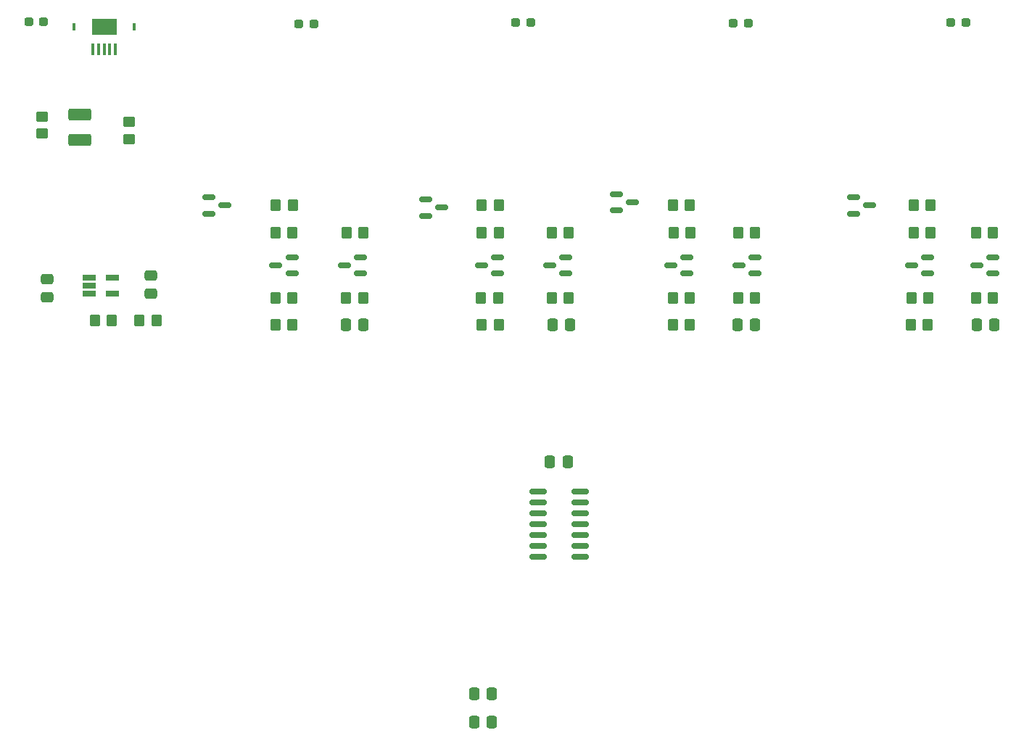
<source format=gbr>
%TF.GenerationSoftware,KiCad,Pcbnew,7.0.5-4d25ed1034~172~ubuntu22.04.1*%
%TF.CreationDate,2023-06-01T08:36:11-04:00*%
%TF.ProjectId,trigger-board,74726967-6765-4722-9d62-6f6172642e6b,rev?*%
%TF.SameCoordinates,Original*%
%TF.FileFunction,Paste,Top*%
%TF.FilePolarity,Positive*%
%FSLAX46Y46*%
G04 Gerber Fmt 4.6, Leading zero omitted, Abs format (unit mm)*
G04 Created by KiCad (PCBNEW 7.0.5-4d25ed1034~172~ubuntu22.04.1) date 2023-06-01 08:36:11*
%MOMM*%
%LPD*%
G01*
G04 APERTURE LIST*
G04 Aperture macros list*
%AMRoundRect*
0 Rectangle with rounded corners*
0 $1 Rounding radius*
0 $2 $3 $4 $5 $6 $7 $8 $9 X,Y pos of 4 corners*
0 Add a 4 corners polygon primitive as box body*
4,1,4,$2,$3,$4,$5,$6,$7,$8,$9,$2,$3,0*
0 Add four circle primitives for the rounded corners*
1,1,$1+$1,$2,$3*
1,1,$1+$1,$4,$5*
1,1,$1+$1,$6,$7*
1,1,$1+$1,$8,$9*
0 Add four rect primitives between the rounded corners*
20,1,$1+$1,$2,$3,$4,$5,0*
20,1,$1+$1,$4,$5,$6,$7,0*
20,1,$1+$1,$6,$7,$8,$9,0*
20,1,$1+$1,$8,$9,$2,$3,0*%
G04 Aperture macros list end*
%ADD10RoundRect,0.250000X0.450000X-0.350000X0.450000X0.350000X-0.450000X0.350000X-0.450000X-0.350000X0*%
%ADD11RoundRect,0.250000X-0.350000X-0.450000X0.350000X-0.450000X0.350000X0.450000X-0.350000X0.450000X0*%
%ADD12RoundRect,0.250000X0.350000X0.450000X-0.350000X0.450000X-0.350000X-0.450000X0.350000X-0.450000X0*%
%ADD13RoundRect,0.250000X-0.337500X-0.475000X0.337500X-0.475000X0.337500X0.475000X-0.337500X0.475000X0*%
%ADD14RoundRect,0.150000X0.587500X0.150000X-0.587500X0.150000X-0.587500X-0.150000X0.587500X-0.150000X0*%
%ADD15R,0.300000X0.850000*%
%ADD16R,0.400000X1.350000*%
%ADD17R,2.900000X1.900000*%
%ADD18RoundRect,0.250001X-1.074999X0.462499X-1.074999X-0.462499X1.074999X-0.462499X1.074999X0.462499X0*%
%ADD19RoundRect,0.250000X0.337500X0.475000X-0.337500X0.475000X-0.337500X-0.475000X0.337500X-0.475000X0*%
%ADD20RoundRect,0.237500X-0.287500X-0.237500X0.287500X-0.237500X0.287500X0.237500X-0.287500X0.237500X0*%
%ADD21RoundRect,0.150000X-0.587500X-0.150000X0.587500X-0.150000X0.587500X0.150000X-0.587500X0.150000X0*%
%ADD22RoundRect,0.250000X-0.475000X0.337500X-0.475000X-0.337500X0.475000X-0.337500X0.475000X0.337500X0*%
%ADD23R,1.560000X0.650000*%
%ADD24RoundRect,0.150000X-0.825000X-0.150000X0.825000X-0.150000X0.825000X0.150000X-0.825000X0.150000X0*%
G04 APERTURE END LIST*
D10*
%TO.C,R25*%
X30393000Y-56378800D03*
X30393000Y-54378800D03*
%TD*%
D11*
%TO.C,R21*%
X139435000Y-75565000D03*
X141435000Y-75565000D03*
%TD*%
D12*
%TO.C,R1*%
X59652500Y-78740000D03*
X57652500Y-78740000D03*
%TD*%
%TO.C,R8*%
X83745000Y-78740000D03*
X81745000Y-78740000D03*
%TD*%
D11*
%TO.C,R15*%
X111665000Y-75565000D03*
X113665000Y-75565000D03*
%TD*%
D13*
%TO.C,C1*%
X65870000Y-78740000D03*
X67945000Y-78740000D03*
%TD*%
D14*
%TO.C,Q2*%
X83620000Y-72705000D03*
X83620000Y-70805000D03*
X81745000Y-71755000D03*
%TD*%
%TO.C,Q3*%
X67612500Y-72705000D03*
X67612500Y-70805000D03*
X65737500Y-71755000D03*
%TD*%
D11*
%TO.C,R3*%
X57652500Y-67945000D03*
X59652500Y-67945000D03*
%TD*%
%TO.C,R6*%
X89905000Y-75565000D03*
X91905000Y-75565000D03*
%TD*%
%TO.C,R10*%
X89905000Y-67945000D03*
X91905000Y-67945000D03*
%TD*%
D15*
%TO.C,J5*%
X41180000Y-43869000D03*
X34180000Y-43869000D03*
D16*
X36380000Y-46544000D03*
X37030000Y-46544000D03*
X37680000Y-46544000D03*
X38330000Y-46544000D03*
X38980000Y-46544000D03*
D17*
X37680000Y-43869000D03*
%TD*%
D11*
%TO.C,R14*%
X104045000Y-64770000D03*
X106045000Y-64770000D03*
%TD*%
D14*
%TO.C,Q4*%
X91572500Y-72705000D03*
X91572500Y-70805000D03*
X89697500Y-71755000D03*
%TD*%
D12*
%TO.C,R24*%
X133910000Y-75565000D03*
X131910000Y-75565000D03*
%TD*%
D18*
%TO.C,FB1*%
X34838000Y-54108800D03*
X34838000Y-57083800D03*
%TD*%
D19*
%TO.C,C9*%
X82952500Y-121793000D03*
X80877500Y-121793000D03*
%TD*%
D14*
%TO.C,Q8*%
X141405000Y-72705000D03*
X141405000Y-70805000D03*
X139530000Y-71755000D03*
%TD*%
D12*
%TO.C,R16*%
X106045000Y-78740000D03*
X104045000Y-78740000D03*
%TD*%
D10*
%TO.C,R26*%
X40553000Y-57013800D03*
X40553000Y-55013800D03*
%TD*%
D14*
%TO.C,Q1*%
X59590000Y-72705000D03*
X59590000Y-70805000D03*
X57715000Y-71755000D03*
%TD*%
D12*
%TO.C,R9*%
X59652500Y-75565000D03*
X57652500Y-75565000D03*
%TD*%
D11*
%TO.C,R23*%
X139435000Y-67945000D03*
X141435000Y-67945000D03*
%TD*%
%TO.C,R4*%
X81745000Y-64770000D03*
X83745000Y-64770000D03*
%TD*%
%TO.C,R13*%
X104140000Y-67945000D03*
X106140000Y-67945000D03*
%TD*%
D20*
%TO.C,D2*%
X85739000Y-43434000D03*
X87489000Y-43434000D03*
%TD*%
%TO.C,D4*%
X136539000Y-43434000D03*
X138289000Y-43434000D03*
%TD*%
D12*
%TO.C,R22*%
X133815000Y-78740000D03*
X131815000Y-78740000D03*
%TD*%
D14*
%TO.C,Q5*%
X105712500Y-72705000D03*
X105712500Y-70805000D03*
X103837500Y-71755000D03*
%TD*%
D13*
%TO.C,C3*%
X111590000Y-78740000D03*
X113665000Y-78740000D03*
%TD*%
D12*
%TO.C,R18*%
X106045000Y-75565000D03*
X104045000Y-75565000D03*
%TD*%
%TO.C,R11*%
X59690000Y-64770000D03*
X57690000Y-64770000D03*
%TD*%
D11*
%TO.C,R28*%
X36592000Y-78232000D03*
X38592000Y-78232000D03*
%TD*%
%TO.C,R20*%
X132180000Y-64770000D03*
X134180000Y-64770000D03*
%TD*%
D21*
%TO.C,D7*%
X97439000Y-63439000D03*
X97439000Y-65339000D03*
X99314000Y-64389000D03*
%TD*%
D14*
%TO.C,Q7*%
X133815000Y-72705000D03*
X133815000Y-70805000D03*
X131940000Y-71755000D03*
%TD*%
D13*
%TO.C,C4*%
X139530000Y-78740000D03*
X141605000Y-78740000D03*
%TD*%
D22*
%TO.C,C6*%
X43093000Y-72988800D03*
X43093000Y-75063800D03*
%TD*%
D23*
%TO.C,U2*%
X35948000Y-73163800D03*
X35948000Y-74113800D03*
X35948000Y-75063800D03*
X38648000Y-75063800D03*
X38648000Y-73163800D03*
%TD*%
D11*
%TO.C,R17*%
X111665000Y-67945000D03*
X113665000Y-67945000D03*
%TD*%
D22*
%TO.C,C5*%
X31028000Y-73391300D03*
X31028000Y-75466300D03*
%TD*%
D20*
%TO.C,D3*%
X111125000Y-43440800D03*
X112875000Y-43440800D03*
%TD*%
D19*
%TO.C,C8*%
X82952500Y-125095000D03*
X80877500Y-125095000D03*
%TD*%
D24*
%TO.C,U1*%
X88308000Y-98177800D03*
X88308000Y-99447800D03*
X88308000Y-100717800D03*
X88308000Y-101987800D03*
X88308000Y-103257800D03*
X88308000Y-104527800D03*
X88308000Y-105797800D03*
X93258000Y-105797800D03*
X93258000Y-104527800D03*
X93258000Y-103257800D03*
X93258000Y-101987800D03*
X93258000Y-100717800D03*
X93258000Y-99447800D03*
X93258000Y-98177800D03*
%TD*%
D11*
%TO.C,R7*%
X65945000Y-67945000D03*
X67945000Y-67945000D03*
%TD*%
D14*
%TO.C,Q6*%
X113635000Y-72705000D03*
X113635000Y-70805000D03*
X111760000Y-71755000D03*
%TD*%
D21*
%TO.C,D9*%
X75214000Y-64074000D03*
X75214000Y-65974000D03*
X77089000Y-65024000D03*
%TD*%
%TO.C,D6*%
X49862500Y-63820000D03*
X49862500Y-65720000D03*
X51737500Y-64770000D03*
%TD*%
D12*
%TO.C,R12*%
X83650000Y-75565000D03*
X81650000Y-75565000D03*
%TD*%
D11*
%TO.C,R19*%
X132180000Y-67945000D03*
X134180000Y-67945000D03*
%TD*%
%TO.C,R5*%
X65907500Y-75565000D03*
X67907500Y-75565000D03*
%TD*%
D20*
%TO.C,D5*%
X28883000Y-43313800D03*
X30633000Y-43313800D03*
%TD*%
D19*
%TO.C,C7*%
X91800500Y-94738800D03*
X89725500Y-94738800D03*
%TD*%
D20*
%TO.C,D1*%
X60393000Y-43567800D03*
X62143000Y-43567800D03*
%TD*%
D13*
%TO.C,C2*%
X90000000Y-78740000D03*
X92075000Y-78740000D03*
%TD*%
D11*
%TO.C,R2*%
X81745000Y-67945000D03*
X83745000Y-67945000D03*
%TD*%
D21*
%TO.C,D8*%
X125125000Y-63820000D03*
X125125000Y-65720000D03*
X127000000Y-64770000D03*
%TD*%
D11*
%TO.C,R27*%
X41799000Y-78232000D03*
X43799000Y-78232000D03*
%TD*%
M02*

</source>
